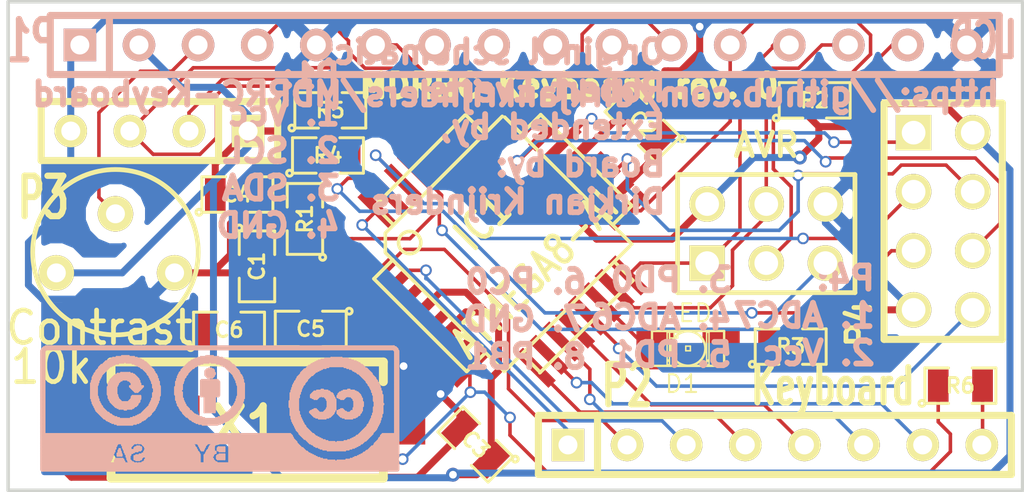
<source format=kicad_pcb>
(kicad_pcb (version 3) (host pcbnew "(2013-mar-25)-stable")
  (layers (15 F.Cu signal) (0 B.Cu signal) (18 B.Paste user) (19 F.Paste user) (20 B.SilkS user) (21 F.SilkS user) (22 B.Mask user) (23 F.Mask user) (28 Edge.Cuts user))
  (net 0 "")
  (net 1 /SCL)
  (net 2 /SDA)
  (net 3 GND)
  (net 4 MISO)
  (net 5 MOSI)
  (net 6 N-000001)
  (net 7 N-0000010)
  (net 8 N-0000011)
  (net 9 N-0000016)
  (net 10 N-0000017)
  (net 11 N-0000018)
  (net 12 N-0000019)
  (net 13 N-000002)
  (net 14 N-0000020)
  (net 15 N-0000021)
  (net 16 N-0000022)
  (net 17 N-0000023)
  (net 18 N-0000024)
  (net 19 N-0000025)
  (net 20 N-0000026)
  (net 21 N-0000030)
  (net 22 N-0000031)
  (net 23 N-0000032)
  (net 24 N-0000035)
  (net 25 N-000007)
  (net 26 N-000008)
  (net 27 N-000009)
  (net 28 PB1)
  (net 29 PC0)
  (net 30 SCK)
  (net 31 VCC)
  (module TQFP32 (layer F.Cu) (at 159.41 77.15 45)
    (fp_text reference IC1 (at 0 -1.27 45) (layer F.SilkS) (effects (font (size 1.27 1.016) (thickness 0.2032))))
    (fp_text value ATMEGA8-AI (at 0 1.905 45) (layer F.SilkS) (effects (font (size 1.27 1.016) (thickness 0.2032))))
    (pad 8 smd rect (at -4.81584 2.77622 45) (size 1.99898 0.44958) (layers F.Cu F.Paste F.Mask) (net 25 N-000007))
    (pad 7 smd rect (at -4.81584 1.97612 45) (size 1.99898 0.44958) (layers F.Cu F.Paste F.Mask) (net 26 N-000008))
    (pad 6 smd rect (at -4.81584 1.17602 45) (size 1.99898 0.44958) (layers F.Cu F.Paste F.Mask) (net 31 VCC))
    (pad 5 smd rect (at -4.81584 0.37592 45) (size 1.99898 0.44958) (layers F.Cu F.Paste F.Mask) (net 3 GND))
    (pad 4 smd rect (at -4.81584 -0.42418 45) (size 1.99898 0.44958) (layers F.Cu F.Paste F.Mask) (net 31 VCC))
    (pad 3 smd rect (at -4.81584 -1.22428 45) (size 1.99898 0.44958) (layers F.Cu F.Paste F.Mask) (net 3 GND))
    (pad 2 smd rect (at -4.81584 -2.02438 45) (size 1.99898 0.44958) (layers F.Cu F.Paste F.Mask) (net 18 N-0000024))
    (pad 1 smd rect (at -4.81584 -2.82448 45) (size 1.99898 0.44958) (layers F.Cu F.Paste F.Mask) (net 19 N-0000025))
    (pad 24 smd rect (at 4.7498 -2.8194 45) (size 1.99898 0.44958) (layers F.Cu F.Paste F.Mask) (net 12 N-0000019))
    (pad 17 smd rect (at 4.7498 2.794 45) (size 1.99898 0.44958) (layers F.Cu F.Paste F.Mask) (net 30 SCK))
    (pad 18 smd rect (at 4.7498 1.9812 45) (size 1.99898 0.44958) (layers F.Cu F.Paste F.Mask) (net 31 VCC))
    (pad 19 smd rect (at 4.7498 1.1684 45) (size 1.99898 0.44958) (layers F.Cu F.Paste F.Mask) (net 9 N-0000016))
    (pad 20 smd rect (at 4.7498 0.381 45) (size 1.99898 0.44958) (layers F.Cu F.Paste F.Mask) (net 31 VCC))
    (pad 21 smd rect (at 4.7498 -0.4318 45) (size 1.99898 0.44958) (layers F.Cu F.Paste F.Mask) (net 3 GND))
    (pad 22 smd rect (at 4.7498 -1.2192 45) (size 1.99898 0.44958) (layers F.Cu F.Paste F.Mask) (net 10 N-0000017))
    (pad 23 smd rect (at 4.7498 -2.032 45) (size 1.99898 0.44958) (layers F.Cu F.Paste F.Mask) (net 29 PC0))
    (pad 32 smd rect (at -2.82448 -4.826 45) (size 0.44958 1.99898) (layers F.Cu F.Paste F.Mask) (net 20 N-0000026))
    (pad 31 smd rect (at -2.02692 -4.826 45) (size 0.44958 1.99898) (layers F.Cu F.Paste F.Mask) (net 8 N-0000011))
    (pad 30 smd rect (at -1.22428 -4.826 45) (size 0.44958 1.99898) (layers F.Cu F.Paste F.Mask) (net 7 N-0000010))
    (pad 29 smd rect (at -0.42672 -4.826 45) (size 0.44958 1.99898) (layers F.Cu F.Paste F.Mask) (net 24 N-0000035))
    (pad 28 smd rect (at 0.37592 -4.826 45) (size 0.44958 1.99898) (layers F.Cu F.Paste F.Mask) (net 1 /SCL))
    (pad 27 smd rect (at 1.17348 -4.826 45) (size 0.44958 1.99898) (layers F.Cu F.Paste F.Mask) (net 2 /SDA))
    (pad 26 smd rect (at 1.97612 -4.826 45) (size 0.44958 1.99898) (layers F.Cu F.Paste F.Mask) (net 15 N-0000021))
    (pad 25 smd rect (at 2.77368 -4.826 45) (size 0.44958 1.99898) (layers F.Cu F.Paste F.Mask) (net 14 N-0000020))
    (pad 9 smd rect (at -2.8194 4.7752 45) (size 0.44958 1.99898) (layers F.Cu F.Paste F.Mask) (net 17 N-0000023))
    (pad 10 smd rect (at -2.032 4.7752 45) (size 0.44958 1.99898) (layers F.Cu F.Paste F.Mask) (net 21 N-0000030))
    (pad 11 smd rect (at -1.2192 4.7752 45) (size 0.44958 1.99898) (layers F.Cu F.Paste F.Mask) (net 11 N-0000018))
    (pad 12 smd rect (at -0.4318 4.7752 45) (size 0.44958 1.99898) (layers F.Cu F.Paste F.Mask) (net 22 N-0000031))
    (pad 13 smd rect (at 0.3556 4.7752 45) (size 0.44958 1.99898) (layers F.Cu F.Paste F.Mask) (net 28 PB1))
    (pad 14 smd rect (at 1.1684 4.7752 45) (size 0.44958 1.99898) (layers F.Cu F.Paste F.Mask) (net 13 N-000002))
    (pad 15 smd rect (at 1.9812 4.7752 45) (size 0.44958 1.99898) (layers F.Cu F.Paste F.Mask) (net 5 MOSI))
    (pad 16 smd rect (at 2.794 4.7752 45) (size 0.44958 1.99898) (layers F.Cu F.Paste F.Mask) (net 4 MISO))
  )
  (module SM0805 (layer F.Cu) (at 158.21 85.82 135)
    (fp_text reference C3 (at 0 0 135) (layer F.SilkS) (effects (font (size 0.635 0.635) (thickness 0.127))))
    (fp_text value 100nF hide)
    (pad 1 smd rect (at -0.9525 0 135) (size 0.889 1.397) (layers F.Cu F.Paste F.Mask) (net 31 VCC))
    (pad 2 smd rect (at 0.9525 0 135) (size 0.889 1.397) (layers F.Cu F.Paste F.Mask) (net 3 GND))
  )
  (module SM0805 (layer F.Cu) (at 165.39 72.05 135)
    (fp_text reference C2 (at 0 0 135) (layer F.SilkS) (effects (font (size 0.635 0.635) (thickness 0.127))))
    (fp_text value 100nF hide)
    (pad 1 smd rect (at -0.9525 0 135) (size 0.889 1.397) (layers F.Cu F.Paste F.Mask) (net 31 VCC))
    (pad 2 smd rect (at 0.9525 0 135) (size 0.889 1.397) (layers F.Cu F.Paste F.Mask) (net 3 GND))
  )
  (module SM0805 (layer F.Cu) (at 148.82 78.16 270)
    (fp_text reference C1 (at 0 0 270) (layer F.SilkS) (effects (font (size 0.635 0.635) (thickness 0.127))))
    (fp_text value 100nF hide)
    (pad 1 smd rect (at -0.9525 0 270) (size 0.889 1.397) (layers F.Cu F.Paste F.Mask) (net 24 N-0000035))
    (pad 2 smd rect (at 0.9525 0 270) (size 0.889 1.397) (layers F.Cu F.Paste F.Mask) (net 3 GND))
  )
  (module SM0805 (layer F.Cu) (at 150.88 76.12 90)
    (fp_text reference R1 (at 0 0 90) (layer F.SilkS) (effects (font (size 0.635 0.635) (thickness 0.127))))
    (fp_text value 10k hide)
    (pad 1 smd rect (at -0.9525 0 90) (size 0.889 1.397) (layers F.Cu F.Paste F.Mask) (net 24 N-0000035))
    (pad 2 smd rect (at 0.9525 0 90) (size 0.889 1.397) (layers F.Cu F.Paste F.Mask) (net 31 VCC))
  )
  (module SM0805 (layer F.Cu) (at 171.75 81.61)
    (fp_text reference R3 (at 0 0) (layer F.SilkS) (effects (font (size 0.635 0.635) (thickness 0.127))))
    (fp_text value 1k hide)
    (pad 1 smd rect (at -0.9525 0) (size 0.889 1.397) (layers F.Cu F.Paste F.Mask) (net 23 N-0000032))
    (pad 2 smd rect (at 0.9525 0) (size 0.889 1.397) (layers F.Cu F.Paste F.Mask) (net 3 GND))
  )
  (module SM0805 (layer F.Cu) (at 151.87 73.39)
    (fp_text reference R4 (at 0 0) (layer F.SilkS) (effects (font (size 0.635 0.635) (thickness 0.127))))
    (fp_text value 10k hide)
    (pad 1 smd rect (at -0.9525 0) (size 0.889 1.397) (layers F.Cu F.Paste F.Mask) (net 31 VCC))
    (pad 2 smd rect (at 0.9525 0) (size 0.889 1.397) (layers F.Cu F.Paste F.Mask) (net 2 /SDA))
  )
  (module SM0805 (layer F.Cu) (at 151.97 71.45)
    (fp_text reference R5 (at 0 0) (layer F.SilkS) (effects (font (size 0.635 0.635) (thickness 0.127))))
    (fp_text value 10k hide)
    (pad 1 smd rect (at -0.9525 0) (size 0.889 1.397) (layers F.Cu F.Paste F.Mask) (net 31 VCC))
    (pad 2 smd rect (at 0.9525 0) (size 0.889 1.397) (layers F.Cu F.Paste F.Mask) (net 1 /SCL))
  )
  (module SM0805 (layer F.Cu) (at 147.98 75.07)
    (fp_text reference C4 (at 0 0) (layer F.SilkS) (effects (font (size 0.635 0.635) (thickness 0.127))))
    (fp_text value 100nF hide)
    (pad 1 smd rect (at -0.9525 0) (size 0.889 1.397) (layers F.Cu F.Paste F.Mask) (net 31 VCC))
    (pad 2 smd rect (at 0.9525 0) (size 0.889 1.397) (layers F.Cu F.Paste F.Mask) (net 3 GND))
  )
  (module SM0805 (layer F.Cu) (at 172.78 71.02)
    (fp_text reference R2 (at 0 0) (layer F.SilkS) (effects (font (size 0.635 0.635) (thickness 0.127))))
    (fp_text value 4k7 hide)
    (pad 1 smd rect (at -0.9525 0) (size 0.889 1.397) (layers F.Cu F.Paste F.Mask) (net 31 VCC))
    (pad 2 smd rect (at 0.9525 0) (size 0.889 1.397) (layers F.Cu F.Paste F.Mask) (net 27 N-000009))
  )
  (module SIL-8 (layer F.Cu) (at 171.07 85.84)
    (fp_text reference P2 (at -6.35 -2.54) (layer F.SilkS) (effects (font (size 1.72974 1.08712) (thickness 0.3048))))
    (fp_text value Keyboard (at 2.49 -2.52) (layer F.SilkS) (effects (font (size 1.524 1.016) (thickness 0.254))))
    (pad 1 thru_hole rect (at -8.89 0) (size 1.397 1.397) (drill 0.8128) (layers *.Cu *.Mask F.SilkS) (net 20 N-0000026))
    (pad 2 thru_hole circle (at -6.35 0) (size 1.397 1.397) (drill 0.8128) (layers *.Cu *.Mask F.SilkS) (net 19 N-0000025))
    (pad 3 thru_hole circle (at -3.81 0) (size 1.397 1.397) (drill 0.8128) (layers *.Cu *.Mask F.SilkS) (net 18 N-0000024))
    (pad 4 thru_hole circle (at -1.27 0) (size 1.397 1.397) (drill 0.8128) (layers *.Cu *.Mask F.SilkS) (net 17 N-0000023))
    (pad 5 thru_hole circle (at 1.27 0) (size 1.397 1.397) (drill 0.8128) (layers *.Cu *.Mask F.SilkS) (net 22 N-0000031))
    (pad 6 thru_hole circle (at 3.81 0) (size 1.397 1.397) (drill 0.8128) (layers *.Cu *.Mask F.SilkS) (net 11 N-0000018))
    (pad 7 thru_hole circle (at 6.35 0) (size 1.397 1.397) (drill 0.8128) (layers *.Cu *.Mask F.SilkS) (net 21 N-0000030))
    (pad 8 thru_hole circle (at 8.89 0) (size 1.397 1.397) (drill 0.8128) (layers *.Cu *.Mask F.SilkS) (net 6 N-000001))
  )
  (module SIL-4 (layer F.Cu) (at 144.63 72.34 180)
    (fp_text reference P3 (at 4.99 -2.87 180) (layer F.SilkS) (effects (font (size 1.73482 1.08712) (thickness 0.3048))))
    (fp_text value CONN_4 hide)
    (pad 1 thru_hole rect (at -3.81 0 180) (size 1.397 1.397) (drill 0.8128) (layers *.Cu *.Mask F.SilkS) (net 31 VCC))
    (pad 2 thru_hole circle (at -1.27 0 180) (size 1.397 1.397) (drill 0.8128) (layers *.Cu *.Mask F.SilkS) (net 1 /SCL))
    (pad 3 thru_hole circle (at 1.27 0 180) (size 1.397 1.397) (drill 0.8128) (layers *.Cu *.Mask F.SilkS) (net 2 /SDA))
    (pad 4 thru_hole circle (at 3.81 0 180) (size 1.397 1.397) (drill 0.8128) (layers *.Cu *.Mask F.SilkS) (net 3 GND))
  )
  (module SIL-16 (layer B.Cu) (at 160.25 68.54)
    (fp_text reference P1 (at -21.11 -0.07) (layer B.SilkS) (effects (font (size 1.72974 1.08712) (thickness 0.27178)) (justify mirror)))
    (fp_text value LCD (at 19.77 -0.11) (layer B.SilkS) (effects (font (size 1.524 1.016) (thickness 0.3048)) (justify mirror)))
    (pad 1 thru_hole rect (at -19.04 0.1) (size 1.397 1.397) (drill 0.8128) (layers *.Cu *.Mask B.SilkS) (net 3 GND))
    (pad 2 thru_hole circle (at -16.5 0.1) (size 1.397 1.397) (drill 0.8128) (layers *.Cu *.Mask B.SilkS) (net 31 VCC))
    (pad 3 thru_hole circle (at -13.96 0.1) (size 1.397 1.397) (drill 0.8128) (layers *.Cu *.Mask B.SilkS) (net 16 N-0000022))
    (pad 4 thru_hole circle (at -11.42 0.1) (size 1.397 1.397) (drill 0.8128) (layers *.Cu *.Mask B.SilkS) (net 15 N-0000021))
    (pad 5 thru_hole circle (at -8.88 0.1) (size 1.397 1.397) (drill 0.8128) (layers *.Cu *.Mask B.SilkS) (net 3 GND))
    (pad 6 thru_hole circle (at -6.34 0.1) (size 1.397 1.397) (drill 0.8128) (layers *.Cu *.Mask B.SilkS) (net 14 N-0000020))
    (pad 7 thru_hole circle (at -3.8 0.1) (size 1.397 1.397) (drill 0.8128) (layers *.Cu *.Mask B.SilkS))
    (pad 8 thru_hole circle (at -1.26 0.1) (size 1.397 1.397) (drill 0.8128) (layers *.Cu *.Mask B.SilkS))
    (pad 9 thru_hole circle (at 1.28 0.1) (size 1.397 1.397) (drill 0.8128) (layers *.Cu *.Mask B.SilkS))
    (pad 10 thru_hole circle (at 3.82 0.1) (size 1.397 1.397) (drill 0.8128) (layers *.Cu *.Mask B.SilkS))
    (pad 11 thru_hole circle (at 6.36 0.1) (size 1.397 1.397) (drill 0.8128) (layers *.Cu *.Mask B.SilkS) (net 12 N-0000019))
    (pad 12 thru_hole circle (at 8.9 0.1) (size 1.397 1.397) (drill 0.8128) (layers *.Cu *.Mask B.SilkS) (net 30 SCK))
    (pad 13 thru_hole circle (at 11.44 0.1) (size 1.397 1.397) (drill 0.8128) (layers *.Cu *.Mask B.SilkS) (net 4 MISO))
    (pad 14 thru_hole circle (at 13.98 0.1) (size 1.397 1.397) (drill 0.8128) (layers *.Cu *.Mask B.SilkS) (net 5 MOSI))
    (pad 15 thru_hole circle (at 16.52 0.1) (size 1.397 1.397) (drill 0.8128) (layers *.Cu *.Mask B.SilkS) (net 27 N-000009))
    (pad 16 thru_hole circle (at 19.06 0.1) (size 1.397 1.397) (drill 0.8128) (layers *.Cu *.Mask B.SilkS) (net 3 GND))
  )
  (module RV2 (layer F.Cu) (at 142.74 77.17)
    (fp_text reference Contrast (at -0.69 3.63) (layer F.SilkS) (effects (font (size 1.397 1.27) (thickness 0.2032))))
    (fp_text value 10k (at -2.76 5.31) (layer F.SilkS) (effects (font (size 1.397 1.27) (thickness 0.2032))))
    (pad 1 thru_hole circle (at -2.54 1.27) (size 1.524 1.524) (drill 0.8128) (layers *.Cu *.Mask F.SilkS) (net 31 VCC))
    (pad 2 thru_hole circle (at 0 -1.27) (size 1.524 1.524) (drill 0.8128) (layers *.Cu *.Mask F.SilkS) (net 16 N-0000022))
    (pad 3 thru_hole circle (at 2.54 1.27) (size 1.524 1.524) (drill 0.8128) (layers *.Cu *.Mask F.SilkS) (net 3 GND))
  )
  (module pin_array_3x2 (layer F.Cu) (at 170.7 76.75)
    (fp_text reference AVR (at 0 -3.81) (layer F.SilkS) (effects (font (size 1.016 1.016) (thickness 0.2032))))
    (fp_text value AVR-ISP-6 hide)
    (pad 1 thru_hole rect (at -2.54 1.27) (size 1.524 1.524) (drill 1.016) (layers *.Cu *.Mask F.SilkS) (net 4 MISO))
    (pad 2 thru_hole circle (at -2.54 -1.27) (size 1.524 1.524) (drill 1.016) (layers *.Cu *.Mask F.SilkS) (net 31 VCC))
    (pad 3 thru_hole circle (at 0 1.27) (size 1.524 1.524) (drill 1.016) (layers *.Cu *.Mask F.SilkS) (net 30 SCK))
    (pad 4 thru_hole circle (at 0 -1.27) (size 1.524 1.524) (drill 1.016) (layers *.Cu *.Mask F.SilkS) (net 5 MOSI))
    (pad 5 thru_hole circle (at 2.54 1.27) (size 1.524 1.524) (drill 1.016) (layers *.Cu *.Mask F.SilkS) (net 24 N-0000035))
    (pad 6 thru_hole circle (at 2.54 -1.27) (size 1.524 1.524) (drill 1.016) (layers *.Cu *.Mask F.SilkS) (net 3 GND))
  )
  (module LED-1206 (layer F.Cu) (at 167.34 81.69 180)
    (fp_text reference D1 (at 0.254 -1.524 180) (layer F.SilkS) (effects (font (size 0.762 0.762) (thickness 0.0889))))
    (fp_text value LED (at 0 1.524 180) (layer F.SilkS) (effects (font (size 0.762 0.762) (thickness 0.0889))))
    (pad 1 smd rect (at -1.41986 0 180) (size 1.59766 1.80086) (layers F.Cu F.Paste F.Mask) (net 23 N-0000032))
    (pad 2 smd rect (at 1.41986 0 180) (size 1.59766 1.80086) (layers F.Cu F.Paste F.Mask) (net 13 N-000002))
  )
  (module SM0805 (layer F.Cu) (at 179.04 83.29)
    (fp_text reference R6 (at 0 0) (layer F.SilkS) (effects (font (size 0.635 0.635) (thickness 0.127))))
    (fp_text value 0 hide)
    (pad 1 smd rect (at -0.9525 0) (size 0.889 1.397) (layers F.Cu F.Paste F.Mask) (net 25 N-000007))
    (pad 2 smd rect (at 0.9525 0) (size 0.889 1.397) (layers F.Cu F.Paste F.Mask) (net 6 N-000001))
  )
  (module SM0805 (layer F.Cu) (at 147.62 80.89)
    (fp_text reference C6 (at 0 0) (layer F.SilkS) (effects (font (size 0.635 0.635) (thickness 0.127))))
    (fp_text value C hide)
    (pad 1 smd rect (at -0.9525 0) (size 0.889 1.397) (layers F.Cu F.Paste F.Mask) (net 25 N-000007))
    (pad 2 smd rect (at 0.9525 0) (size 0.889 1.397) (layers F.Cu F.Paste F.Mask) (net 3 GND))
  )
  (module SM0805 (layer F.Cu) (at 151.13 80.85 180)
    (fp_text reference C5 (at 0 0 180) (layer F.SilkS) (effects (font (size 0.635 0.635) (thickness 0.127))))
    (fp_text value C hide)
    (pad 1 smd rect (at -0.9525 0 180) (size 0.889 1.397) (layers F.Cu F.Paste F.Mask) (net 26 N-000008))
    (pad 2 smd rect (at 0.9525 0 180) (size 0.889 1.397) (layers F.Cu F.Paste F.Mask) (net 3 GND))
  )
  (module pin_array_4x2 (layer F.Cu) (at 178.3 76.22 270)
    (fp_text reference P4 (at 4.41 3.62 270) (layer F.SilkS) (effects (font (size 1.016 1.016) (thickness 0.2032))))
    (fp_text value CONN_4X2 hide)
    (pad 1 thru_hole rect (at -3.81 1.27 270) (size 1.524 1.524) (drill 1.016) (layers *.Cu *.Mask F.SilkS) (net 10 N-0000017))
    (pad 2 thru_hole circle (at -3.81 -1.27 270) (size 1.524 1.524) (drill 1.016) (layers *.Cu *.Mask F.SilkS) (net 31 VCC))
    (pad 3 thru_hole circle (at -1.27 1.27 270) (size 1.524 1.524) (drill 1.016) (layers *.Cu *.Mask F.SilkS) (net 7 N-0000010))
    (pad 4 thru_hole circle (at -1.27 -1.27 270) (size 1.524 1.524) (drill 1.016) (layers *.Cu *.Mask F.SilkS) (net 9 N-0000016))
    (pad 5 thru_hole circle (at 1.27 1.27 270) (size 1.524 1.524) (drill 1.016) (layers *.Cu *.Mask F.SilkS) (net 8 N-0000011))
    (pad 6 thru_hole circle (at 1.27 -1.27 270) (size 1.524 1.524) (drill 1.016) (layers *.Cu *.Mask F.SilkS) (net 29 PC0))
    (pad 7 thru_hole circle (at 3.81 1.27 270) (size 1.524 1.524) (drill 1.016) (layers *.Cu *.Mask F.SilkS) (net 3 GND))
    (pad 8 thru_hole circle (at 3.81 -1.27 270) (size 1.524 1.524) (drill 1.016) (layers *.Cu *.Mask F.SilkS) (net 28 PB1))
  )
  (module Crystal_HC49-SD_SMD_RevA_09Aug2010 (layer F.Cu) (at 148.4 84.77 180)
    (fp_text reference X1 (at 0.04 -0.22 180) (layer F.SilkS) (effects (font (size 1.524 1.524) (thickness 0.3048))))
    (fp_text value CRYSTAL hide)
    (pad 1 smd rect (at -4.84886 0 180) (size 5.6007 2.10058) (layers F.Cu F.Paste F.Mask) (net 26 N-000008))
    (pad 2 smd rect (at 4.84886 0 180) (size 5.6007 2.10058) (layers F.Cu F.Paste F.Mask) (net 25 N-000007))
  )
  (module dp_devices-CC-BY-SA (layer B.Cu) (at 154.88 86.94 180)
    (fp_text reference "" (at 0 0 180) (layer B.SilkS) (effects (font (size 0.0004 0.0004) (thickness 0.00012)) (justify mirror)))
    (fp_text value "" (at 0 0 180) (layer B.SilkS) (effects (font (size 0.0004 0.0004) (thickness 0.00012)) (justify mirror)))
  )
  (gr_text "6. PC0\n7. GND\n8. PB1" (at 163.11 80.43) (layer B.SilkS) (effects (font (size 1 1) (thickness 0.25)) (justify left mirror)))
  (gr_text "3. PD0\n4. ADC6\n5. PD1" (at 169.35 80.35) (layer B.SilkS) (effects (font (size 1 1) (thickness 0.25)) (justify left mirror)))
  (gr_text "MDRRC Keyboard rev. 0" (at 162.23 70.41) (layer F.SilkS) (effects (font (size 1 1) (thickness 0.25))))
  (gr_text https://github.com/dirkjankrijnders/MDRRC-Keyboard (at 159.94 70.75) (layer B.SilkS) (effects (font (size 1 1) (thickness 0.25)) (justify mirror)))
  (gr_text "Original schematic:\nRobert Everts\nExtended by,\nBoard by:\nDirkjan Krijnders" (at 166.5 72.16) (layer B.SilkS) (effects (font (size 1 1) (thickness 0.25)) (justify left mirror)))
  (gr_text "P4:\n1. ADC7\n2. Vcc" (at 175.49 80.28) (layer B.SilkS) (effects (font (size 1 1) (thickness 0.25)) (justify left mirror)))
  (gr_text "P1:\n1. Vcc\n2. SCL\n3. SDA\n4. GND" (at 152.51 73.19) (layer B.SilkS) (effects (font (size 1 1) (thickness 0.25)) (justify left mirror)))
  (gr_line (start 138.13 87.79) (end 181.71 87.79) (angle 90) (layer Edge.Cuts) (width 0.15))
  (gr_line (start 138.13 66.78) (end 138.13 87.79) (angle 90) (layer Edge.Cuts) (width 0.15))
  (gr_line (start 181.71 66.78) (end 138.13 66.78) (angle 90) (layer Edge.Cuts) (width 0.15))
  (gr_line (start 181.71 87.79) (end 181.71 66.78) (angle 90) (layer Edge.Cuts) (width 0.15))
  (segment (start 152.9225 71.45) (end 154.241631 71.45) (width 0.1524) (layer F.Cu) (net 1))
  (segment (start 154.241631 71.45) (end 156.263318 73.471687) (width 0.1524) (layer F.Cu) (net 1))
  (segment (start 145.9 72.34) (end 145.9 71.55) (width 0.1524) (layer F.Cu) (net 1))
  (segment (start 152.9225 70.6425) (end 152.9225 71.45) (width 0.1524) (layer F.Cu) (net 1))
  (segment (start 152.38 70.1) (end 152.9225 70.6425) (width 0.1524) (layer F.Cu) (net 1))
  (segment (start 147.35 70.1) (end 152.38 70.1) (width 0.1524) (layer F.Cu) (net 1))
  (segment (start 145.9 71.55) (end 147.35 70.1) (width 0.1524) (layer F.Cu) (net 1))
  (segment (start 143.36 72.34) (end 146.08 69.62) (width 0.1524) (layer F.Cu) (net 2))
  (segment (start 153.999551 70.08) (end 156.827278 72.907727) (width 0.1524) (layer F.Cu) (net 2))
  (segment (start 153.24 70.08) (end 153.999551 70.08) (width 0.1524) (layer F.Cu) (net 2))
  (segment (start 152.78 69.62) (end 153.24 70.08) (width 0.1524) (layer F.Cu) (net 2))
  (segment (start 152.66 69.62) (end 152.78 69.62) (width 0.1524) (layer F.Cu) (net 2))
  (segment (start 146.08 69.62) (end 152.66 69.62) (width 0.1524) (layer F.Cu) (net 2))
  (segment (start 143.36 72.34) (end 144.36 73.34) (width 0.1524) (layer F.Cu) (net 2))
  (segment (start 151.95 72.5175) (end 152.8225 73.39) (width 0.1524) (layer F.Cu) (net 2))
  (segment (start 151.95 70.64) (end 151.95 72.5175) (width 0.1524) (layer F.Cu) (net 2))
  (segment (start 151.72 70.41) (end 151.95 70.64) (width 0.1524) (layer F.Cu) (net 2))
  (segment (start 147.471056 70.41) (end 151.72 70.41) (width 0.1524) (layer F.Cu) (net 2))
  (segment (start 147.08 70.801056) (end 147.471056 70.41) (width 0.1524) (layer F.Cu) (net 2))
  (segment (start 147.08 72.63) (end 147.08 70.801056) (width 0.1524) (layer F.Cu) (net 2))
  (segment (start 146.37 73.34) (end 147.08 72.63) (width 0.1524) (layer F.Cu) (net 2))
  (segment (start 144.36 73.34) (end 146.37 73.34) (width 0.1524) (layer F.Cu) (net 2))
  (segment (start 157.536481 85.146481) (end 157.536481 84.476481) (width 0.3) (layer F.Cu) (net 3))
  (segment (start 155.12 81.971631) (end 155.441631 81.65) (width 0.3) (layer F.Cu) (net 3))
  (segment (start 155.12 82.45) (end 155.12 81.971631) (width 0.3) (layer F.Cu) (net 3))
  (via (at 155.12 82.45) (size 0.6) (layers F.Cu B.Cu) (net 3))
  (segment (start 155.51 82.45) (end 155.12 82.45) (width 0.3) (layer B.Cu) (net 3))
  (segment (start 156.71 83.65) (end 155.51 82.45) (width 0.3) (layer B.Cu) (net 3))
  (via (at 156.71 83.65) (size 0.6) (layers F.Cu B.Cu) (net 3))
  (segment (start 157.536481 84.476481) (end 156.71 83.65) (width 0.3) (layer F.Cu) (net 3))
  (segment (start 151.37 68.64) (end 150.32 67.59) (width 0.3) (layer B.Cu) (net 3))
  (segment (start 141.21 68.64) (end 142.26 67.59) (width 0.3) (layer B.Cu) (net 3))
  (segment (start 167.58 67.59) (end 167.84 67.85) (width 0.3) (layer B.Cu) (net 3))
  (segment (start 142.26 67.59) (end 150.32 67.59) (width 0.3) (layer B.Cu) (net 3))
  (segment (start 150.32 67.59) (end 167.58 67.59) (width 0.3) (layer B.Cu) (net 3))
  (segment (start 179.31 68.64) (end 178.24 67.57) (width 0.3) (layer B.Cu) (net 3))
  (segment (start 167.03 69.75) (end 166.48 69.75) (width 0.3) (layer F.Cu) (net 3))
  (segment (start 167.03 69.75) (end 167.84 68.94) (width 0.3) (layer F.Cu) (net 3))
  (segment (start 167.84 68.94) (end 167.84 67.85) (width 0.3) (layer F.Cu) (net 3))
  (via (at 167.84 67.85) (size 0.6) (layers F.Cu B.Cu) (net 3))
  (segment (start 168.12 67.57) (end 167.84 67.85) (width 0.3) (layer B.Cu) (net 3))
  (segment (start 178.24 67.57) (end 168.12 67.57) (width 0.3) (layer B.Cu) (net 3))
  (segment (start 162.463287 73.486056) (end 162.606906 73.486056) (width 0.3) (layer F.Cu) (net 3))
  (segment (start 162.606906 73.486056) (end 164.716481 71.376481) (width 0.3) (layer F.Cu) (net 3))
  (segment (start 164.716481 71.376481) (end 164.853519 71.376481) (width 0.3) (layer F.Cu) (net 3))
  (segment (start 164.853519 71.376481) (end 166.48 69.75) (width 0.3) (layer F.Cu) (net 3))
  (segment (start 166.342962 69.75) (end 166.48 69.75) (width 0.3) (layer F.Cu) (net 3))
  (segment (start 155.13899 79.689616) (end 154.258606 80.57) (width 0.3) (layer F.Cu) (net 3))
  (segment (start 154.258606 80.57) (end 153.48 80.57) (width 0.3) (layer F.Cu) (net 3))
  (segment (start 148.82 79.1125) (end 152.0225 79.1125) (width 0.3) (layer F.Cu) (net 3))
  (segment (start 155.441631 81.65) (end 156.270502 80.821129) (width 0.3) (layer F.Cu) (net 3))
  (segment (start 154.56 81.65) (end 155.441631 81.65) (width 0.3) (layer F.Cu) (net 3))
  (segment (start 153.48 80.57) (end 154.56 81.65) (width 0.3) (layer F.Cu) (net 3))
  (segment (start 152.0225 79.1125) (end 153.48 80.57) (width 0.3) (layer F.Cu) (net 3))
  (segment (start 157.536481 85.146481) (end 157.536481 85.416259) (width 0.3) (layer F.Cu) (net 3))
  (segment (start 139.98 83.74) (end 145.28 78.44) (width 0.3) (layer F.Cu) (net 3))
  (segment (start 139.98 86.36) (end 139.98 83.74) (width 0.3) (layer F.Cu) (net 3))
  (segment (start 140.85 87.23) (end 139.98 86.36) (width 0.3) (layer F.Cu) (net 3))
  (segment (start 155.72274 87.23) (end 140.85 87.23) (width 0.3) (layer F.Cu) (net 3))
  (segment (start 157.536481 85.416259) (end 155.72274 87.23) (width 0.3) (layer F.Cu) (net 3))
  (segment (start 148.5725 80.89) (end 150.1375 80.89) (width 0.3) (layer F.Cu) (net 3))
  (segment (start 150.1375 80.89) (end 150.1775 80.85) (width 0.3) (layer F.Cu) (net 3))
  (segment (start 148.5725 80.89) (end 148.5725 79.36) (width 0.3) (layer F.Cu) (net 3))
  (segment (start 148.5725 79.36) (end 148.82 79.1125) (width 0.3) (layer F.Cu) (net 3))
  (segment (start 177.03 80.03) (end 174.2825 80.03) (width 0.3) (layer F.Cu) (net 3))
  (segment (start 174.2825 80.03) (end 172.7025 81.61) (width 0.3) (layer F.Cu) (net 3))
  (segment (start 173.24 75.48) (end 173.24 76.29) (width 0.3) (layer B.Cu) (net 3))
  (segment (start 176.98 80.03) (end 177.03 80.03) (width 0.3) (layer B.Cu) (net 3))
  (segment (start 173.24 76.29) (end 176.98 80.03) (width 0.3) (layer B.Cu) (net 3))
  (segment (start 179.31 68.64) (end 177.44 70.51) (width 0.3) (layer B.Cu) (net 3))
  (segment (start 174.63 74.09) (end 173.24 75.48) (width 0.3) (layer B.Cu) (net 3))
  (segment (start 174.63 71.7) (end 174.63 74.09) (width 0.3) (layer B.Cu) (net 3))
  (segment (start 175.82 70.51) (end 174.63 71.7) (width 0.3) (layer B.Cu) (net 3))
  (segment (start 177.44 70.51) (end 175.82 70.51) (width 0.3) (layer B.Cu) (net 3))
  (segment (start 140.82 72.34) (end 140.82 75.32) (width 0.3) (layer B.Cu) (net 3))
  (segment (start 144.15 79.57) (end 145.28 78.44) (width 0.3) (layer B.Cu) (net 3))
  (segment (start 139.61 79.57) (end 144.15 79.57) (width 0.3) (layer B.Cu) (net 3))
  (segment (start 139 78.96) (end 139.61 79.57) (width 0.3) (layer B.Cu) (net 3))
  (segment (start 139 77.14) (end 139 78.96) (width 0.3) (layer B.Cu) (net 3))
  (segment (start 140.82 75.32) (end 139 77.14) (width 0.3) (layer B.Cu) (net 3))
  (segment (start 140.82 72.34) (end 140.82 69.03) (width 0.3) (layer B.Cu) (net 3))
  (segment (start 148.9325 75.07) (end 147.68 76.3225) (width 0.3) (layer F.Cu) (net 3))
  (segment (start 147.68 77.66) (end 146.9 78.44) (width 0.3) (layer F.Cu) (net 3))
  (segment (start 147.68 76.3225) (end 147.68 77.66) (width 0.3) (layer F.Cu) (net 3))
  (segment (start 148.82 79.1125) (end 148.1475 78.44) (width 0.3) (layer F.Cu) (net 3))
  (segment (start 148.1475 78.44) (end 146.9 78.44) (width 0.3) (layer F.Cu) (net 3))
  (segment (start 146.9 78.44) (end 145.28 78.44) (width 0.3) (layer F.Cu) (net 3))
  (segment (start 171.69 68.64) (end 171.08 68.64) (width 0.1524) (layer F.Cu) (net 4))
  (segment (start 169.57 70.15) (end 169.57 76.61) (width 0.1524) (layer F.Cu) (net 4))
  (segment (start 169.57 76.61) (end 168.16 78.02) (width 0.1524) (layer F.Cu) (net 4))
  (segment (start 171.08 68.64) (end 169.57 70.15) (width 0.1524) (layer F.Cu) (net 4))
  (segment (start 171.69 68.64) (end 171.01 68.64) (width 0.1524) (layer F.Cu) (net 4))
  (segment (start 170.97 68.68) (end 170.97 68.75) (width 0.1524) (layer F.Cu) (net 4))
  (segment (start 171.01 68.64) (end 170.97 68.68) (width 0.1524) (layer F.Cu) (net 4))
  (segment (start 171.69 68.64) (end 171.69 68.77) (width 0.1524) (layer F.Cu) (net 4))
  (segment (start 168.16 78.02) (end 165.293153 78.02) (width 0.1524) (layer F.Cu) (net 4))
  (segment (start 165.293153 78.02) (end 164.762233 78.55092) (width 0.1524) (layer F.Cu) (net 4))
  (segment (start 170.7 75.48) (end 170.7 76.01) (width 0.1524) (layer F.Cu) (net 5))
  (segment (start 165.00184 79.94) (end 164.187496 79.125656) (width 0.1524) (layer F.Cu) (net 5))
  (segment (start 168.3 79.94) (end 165.00184 79.94) (width 0.1524) (layer F.Cu) (net 5))
  (segment (start 169.25 78.99) (end 168.3 79.94) (width 0.1524) (layer F.Cu) (net 5))
  (segment (start 169.25 77.46) (end 169.25 78.99) (width 0.1524) (layer F.Cu) (net 5))
  (segment (start 170.7 76.01) (end 169.25 77.46) (width 0.1524) (layer F.Cu) (net 5))
  (segment (start 174.23 68.64) (end 173.09 68.64) (width 0.1524) (layer F.Cu) (net 5))
  (segment (start 170.7 69.89) (end 170.7 75.48) (width 0.1524) (layer F.Cu) (net 5))
  (segment (start 170.95 69.64) (end 170.7 69.89) (width 0.1524) (layer F.Cu) (net 5))
  (segment (start 172.09 69.64) (end 170.95 69.64) (width 0.1524) (layer F.Cu) (net 5))
  (segment (start 173.09 68.64) (end 172.09 69.64) (width 0.1524) (layer F.Cu) (net 5))
  (segment (start 179.9925 83.29) (end 179.9925 85.8075) (width 0.1524) (layer F.Cu) (net 6))
  (segment (start 179.9925 85.8075) (end 179.96 85.84) (width 0.1524) (layer F.Cu) (net 6))
  (segment (start 177.03 74.95) (end 175.02 76.96) (width 0.1524) (layer F.Cu) (net 7))
  (segment (start 155.131806 74.591806) (end 155.131806 74.603199) (width 0.1524) (layer F.Cu) (net 7))
  (segment (start 153.92 73.38) (end 155.131806 74.591806) (width 0.1524) (layer F.Cu) (net 7))
  (via (at 153.92 73.38) (size 0.5) (layers F.Cu B.Cu) (net 7))
  (segment (start 156 75.46) (end 153.92 73.38) (width 0.1524) (layer B.Cu) (net 7))
  (segment (start 156.96 75.46) (end 156 75.46) (width 0.1524) (layer B.Cu) (net 7))
  (segment (start 158.46 76.96) (end 156.96 75.46) (width 0.1524) (layer B.Cu) (net 7))
  (segment (start 158.51 76.96) (end 158.46 76.96) (width 0.1524) (layer B.Cu) (net 7))
  (segment (start 172.28 76.96) (end 158.51 76.96) (width 0.1524) (layer B.Cu) (net 7))
  (via (at 172.28 76.96) (size 0.5) (layers F.Cu B.Cu) (net 7))
  (segment (start 175.02 76.96) (end 172.28 76.96) (width 0.1524) (layer F.Cu) (net 7))
  (segment (start 154.564254 75.170752) (end 153.763502 74.37) (width 0.1524) (layer F.Cu) (net 8))
  (segment (start 176.08 77.49) (end 177.03 77.49) (width 0.1524) (layer F.Cu) (net 8))
  (segment (start 173.41 80.16) (end 176.08 77.49) (width 0.1524) (layer F.Cu) (net 8))
  (segment (start 170.08 80.16) (end 173.41 80.16) (width 0.1524) (layer F.Cu) (net 8))
  (via (at 170.08 80.16) (size 0.5) (layers F.Cu B.Cu) (net 8))
  (segment (start 161.19 80.16) (end 170.08 80.16) (width 0.1524) (layer B.Cu) (net 8))
  (segment (start 156.82 75.79) (end 161.19 80.16) (width 0.1524) (layer B.Cu) (net 8))
  (segment (start 153.23 75.79) (end 156.82 75.79) (width 0.1524) (layer B.Cu) (net 8))
  (segment (start 152.27 74.83) (end 153.23 75.79) (width 0.1524) (layer B.Cu) (net 8))
  (via (at 152.27 74.83) (size 0.5) (layers F.Cu B.Cu) (net 8))
  (segment (start 152.73 74.37) (end 152.27 74.83) (width 0.1524) (layer F.Cu) (net 8))
  (segment (start 153.763502 74.37) (end 152.73 74.37) (width 0.1524) (layer F.Cu) (net 8))
  (segment (start 179.57 74.95) (end 178.424802 73.804802) (width 0.1524) (layer F.Cu) (net 9))
  (segment (start 163.652432 74.617568) (end 164.73 73.54) (width 0.1524) (layer F.Cu) (net 9))
  (via (at 164.73 73.54) (size 0.5) (layers F.Cu B.Cu) (net 9))
  (segment (start 164.73 73.54) (end 164.73 74.83) (width 0.1524) (layer B.Cu) (net 9))
  (segment (start 164.73 74.83) (end 166.51 76.61) (width 0.1524) (layer B.Cu) (net 9))
  (segment (start 166.51 76.61) (end 171.26 76.61) (width 0.1524) (layer B.Cu) (net 9))
  (segment (start 171.26 76.61) (end 172.07 75.8) (width 0.1524) (layer B.Cu) (net 9))
  (segment (start 172.07 75.8) (end 172.07 74.25) (width 0.1524) (layer B.Cu) (net 9))
  (via (at 172.07 74.25) (size 0.5) (layers F.Cu B.Cu) (net 9))
  (segment (start 172.07 74.25) (end 172.14 74.18) (width 0.1524) (layer F.Cu) (net 9))
  (segment (start 172.14 74.18) (end 176.124802 74.18) (width 0.1524) (layer F.Cu) (net 9))
  (segment (start 163.652432 74.617568) (end 163.594799 74.617568) (width 0.1524) (layer F.Cu) (net 9))
  (segment (start 176.5 73.804802) (end 176.124802 74.18) (width 0.1524) (layer F.Cu) (net 9))
  (segment (start 178.424802 73.804802) (end 176.5 73.804802) (width 0.1524) (layer F.Cu) (net 9))
  (segment (start 173.61 72.82) (end 173.21 72.42) (width 0.1524) (layer B.Cu) (net 10))
  (segment (start 176.62 72.82) (end 173.61 72.82) (width 0.1524) (layer F.Cu) (net 10))
  (via (at 173.61 72.82) (size 0.5) (layers F.Cu B.Cu) (net 10))
  (segment (start 173.04 72.42) (end 163.81 72.42) (width 0.1524) (layer B.Cu) (net 10))
  (segment (start 163.81 72.42) (end 163.2 71.81) (width 0.1524) (layer B.Cu) (net 10))
  (via (at 163.2 71.81) (size 0.5) (layers F.Cu B.Cu) (net 10))
  (segment (start 163.2 71.81) (end 163.025791 71.81) (width 0.1524) (layer F.Cu) (net 10))
  (segment (start 161.906511 72.92928) (end 163.025791 71.81) (width 0.1524) (layer F.Cu) (net 10))
  (segment (start 176.62 72.82) (end 177.03 72.41) (width 0.1524) (layer F.Cu) (net 10))
  (segment (start 173.21 72.42) (end 173.04 72.42) (width 0.1524) (layer B.Cu) (net 10))
  (segment (start 161.924472 81.388681) (end 163.12 82.584209) (width 0.1524) (layer F.Cu) (net 11))
  (segment (start 173.51 84.47) (end 174.88 85.84) (width 0.1524) (layer B.Cu) (net 11))
  (segment (start 163.71 84.47) (end 173.51 84.47) (width 0.1524) (layer B.Cu) (net 11))
  (segment (start 163.12 83.88) (end 163.71 84.47) (width 0.1524) (layer B.Cu) (net 11))
  (via (at 163.12 83.88) (size 0.5) (layers F.Cu B.Cu) (net 11))
  (segment (start 163.12 82.584209) (end 163.12 83.88) (width 0.1524) (layer F.Cu) (net 11))
  (segment (start 160.774999 71.797767) (end 162.79 69.782766) (width 0.1524) (layer F.Cu) (net 12))
  (segment (start 165.58 67.61) (end 166.61 68.64) (width 0.1524) (layer F.Cu) (net 12))
  (segment (start 163.36 67.61) (end 165.58 67.61) (width 0.1524) (layer F.Cu) (net 12))
  (segment (start 162.79 68.18) (end 163.36 67.61) (width 0.1524) (layer F.Cu) (net 12))
  (segment (start 162.79 69.782766) (end 162.79 68.18) (width 0.1524) (layer F.Cu) (net 12))
  (segment (start 165.92014 81.69) (end 165.602367 81.69) (width 0.1524) (layer F.Cu) (net 13))
  (segment (start 165.602367 81.69) (end 163.61276 79.700393) (width 0.1524) (layer F.Cu) (net 13))
  (segment (start 153.91 68.64) (end 154.822576 68.64) (width 0.1524) (layer F.Cu) (net 14))
  (segment (start 154.822576 68.64) (end 157.958791 71.776215) (width 0.1524) (layer F.Cu) (net 14))
  (segment (start 148.83 68.64) (end 149.85 67.62) (width 0.1524) (layer F.Cu) (net 15))
  (segment (start 154.694656 69.64) (end 157.394831 72.340175) (width 0.1524) (layer F.Cu) (net 15))
  (segment (start 153.46 69.64) (end 154.694656 69.64) (width 0.1524) (layer F.Cu) (net 15))
  (segment (start 152.75 68.93) (end 153.46 69.64) (width 0.1524) (layer F.Cu) (net 15))
  (segment (start 152.75 68.46) (end 152.75 68.93) (width 0.1524) (layer F.Cu) (net 15))
  (segment (start 151.91 67.62) (end 152.75 68.46) (width 0.1524) (layer F.Cu) (net 15))
  (segment (start 149.85 67.62) (end 151.91 67.62) (width 0.1524) (layer F.Cu) (net 15))
  (segment (start 142.74 75.9) (end 142.03 75.19) (width 0.1524) (layer F.Cu) (net 16))
  (segment (start 145.16 69.77) (end 146.29 68.64) (width 0.1524) (layer F.Cu) (net 16))
  (segment (start 143.81 69.77) (end 145.16 69.77) (width 0.1524) (layer F.Cu) (net 16))
  (segment (start 142.03 71.55) (end 143.81 69.77) (width 0.1524) (layer F.Cu) (net 16))
  (segment (start 142.03 75.19) (end 142.03 71.55) (width 0.1524) (layer F.Cu) (net 16))
  (segment (start 160.792959 82.520193) (end 162.702766 84.43) (width 0.1524) (layer F.Cu) (net 17))
  (segment (start 168.39 84.43) (end 169.8 85.84) (width 0.1524) (layer F.Cu) (net 17))
  (segment (start 162.702766 84.43) (end 168.39 84.43) (width 0.1524) (layer F.Cu) (net 17))
  (segment (start 154.573234 79.12386) (end 155.367094 78.33) (width 0.1524) (layer F.Cu) (net 18))
  (segment (start 166.22 84.8) (end 167.26 85.84) (width 0.1524) (layer B.Cu) (net 18))
  (segment (start 162.24 84.8) (end 166.22 84.8) (width 0.1524) (layer B.Cu) (net 18))
  (segment (start 156.128944 78.688944) (end 162.24 84.8) (width 0.1524) (layer B.Cu) (net 18))
  (segment (start 156.08 78.688944) (end 156.128944 78.688944) (width 0.1524) (layer B.Cu) (net 18))
  (segment (start 156.08 78.33) (end 156.08 78.688944) (width 0.1524) (layer B.Cu) (net 18))
  (via (at 156.08 78.33) (size 0.5) (layers F.Cu B.Cu) (net 18))
  (segment (start 155.367094 78.33) (end 156.08 78.33) (width 0.1524) (layer F.Cu) (net 18))
  (segment (start 164.72 85.84) (end 163.67 84.79) (width 0.1524) (layer F.Cu) (net 19))
  (segment (start 155.135582 77.43) (end 154.007478 78.558104) (width 0.1524) (layer F.Cu) (net 19))
  (segment (start 156.87 77.43) (end 155.135582 77.43) (width 0.1524) (layer F.Cu) (net 19))
  (segment (start 159.626202 80.186202) (end 156.87 77.43) (width 0.1524) (layer F.Cu) (net 19))
  (segment (start 159.626202 83.426202) (end 159.626202 80.186202) (width 0.1524) (layer F.Cu) (net 19))
  (segment (start 160.99 84.79) (end 159.626202 83.426202) (width 0.1524) (layer F.Cu) (net 19))
  (segment (start 163.67 84.79) (end 160.99 84.79) (width 0.1524) (layer F.Cu) (net 19))
  (segment (start 162.18 85.84) (end 162.18 85.22) (width 0.1524) (layer B.Cu) (net 20))
  (segment (start 153.985288 75.734712) (end 154.000294 75.734712) (width 0.1524) (layer F.Cu) (net 20))
  (segment (start 153.34 76.38) (end 153.985288 75.734712) (width 0.1524) (layer F.Cu) (net 20))
  (via (at 153.34 76.38) (size 0.5) (layers F.Cu B.Cu) (net 20))
  (segment (start 162.18 85.22) (end 153.34 76.38) (width 0.1524) (layer B.Cu) (net 20))
  (segment (start 177.42 85.84) (end 175.65 84.07) (width 0.1524) (layer B.Cu) (net 21))
  (segment (start 161.353417 81.963417) (end 161.349735 81.963417) (width 0.1524) (layer F.Cu) (net 21))
  (segment (start 162.55 83.16) (end 161.353417 81.963417) (width 0.1524) (layer F.Cu) (net 21))
  (via (at 162.55 83.16) (size 0.5) (layers F.Cu B.Cu) (net 21))
  (segment (start 163.19 83.16) (end 162.55 83.16) (width 0.1524) (layer B.Cu) (net 21))
  (segment (start 164.09 84.06) (end 163.19 83.16) (width 0.1524) (layer B.Cu) (net 21))
  (segment (start 164.09 84.07) (end 164.09 84.06) (width 0.1524) (layer B.Cu) (net 21))
  (segment (start 175.65 84.07) (end 164.09 84.07) (width 0.1524) (layer B.Cu) (net 21))
  (segment (start 162.481248 80.831905) (end 165.759343 84.11) (width 0.1524) (layer F.Cu) (net 22))
  (segment (start 170.61 84.11) (end 172.34 85.84) (width 0.1524) (layer F.Cu) (net 22))
  (segment (start 165.759343 84.11) (end 170.61 84.11) (width 0.1524) (layer F.Cu) (net 22))
  (segment (start 170.7975 81.61) (end 168.83986 81.61) (width 0.1524) (layer F.Cu) (net 23))
  (segment (start 168.83986 81.61) (end 168.75986 81.69) (width 0.1524) (layer F.Cu) (net 23))
  (segment (start 173.24 78.02) (end 170.39 80.87) (width 0.1524) (layer B.Cu) (net 24))
  (segment (start 156.655 76.495) (end 156.655 75.705) (width 0.1524) (layer F.Cu) (net 24))
  (segment (start 156.77 76.61) (end 156.655 76.495) (width 0.1524) (layer F.Cu) (net 24))
  (via (at 156.77 76.61) (size 0.5) (layers F.Cu B.Cu) (net 24))
  (segment (start 161.03 80.87) (end 156.77 76.61) (width 0.1524) (layer B.Cu) (net 24))
  (segment (start 170.39 80.87) (end 161.03 80.87) (width 0.1524) (layer B.Cu) (net 24))
  (segment (start 148.82 77.2075) (end 150.745 77.2075) (width 0.1524) (layer F.Cu) (net 24))
  (segment (start 152.9025 76.97) (end 155.39 76.97) (width 0.1524) (layer F.Cu) (net 24))
  (segment (start 155.39 76.97) (end 156.655 75.705) (width 0.1524) (layer F.Cu) (net 24))
  (segment (start 156.655 75.705) (end 156.75 75.61) (width 0.1524) (layer F.Cu) (net 24))
  (segment (start 156.75 75.61) (end 156.75 75.093473) (width 0.1524) (layer F.Cu) (net 24))
  (segment (start 156.75 75.093473) (end 155.695766 74.039239) (width 0.1524) (layer F.Cu) (net 24))
  (segment (start 150.9825 76.97) (end 152.9025 76.97) (width 0.1524) (layer F.Cu) (net 24))
  (segment (start 150.745 77.2075) (end 150.9825 76.97) (width 0.1524) (layer F.Cu) (net 24))
  (segment (start 157.99 83.57) (end 155.11 86.45) (width 0.1524) (layer B.Cu) (net 25))
  (segment (start 145.24 86.45) (end 145.23557 86.45443) (width 0.1524) (layer F.Cu) (net 25))
  (segment (start 155.08 86.45) (end 145.24 86.45) (width 0.1524) (layer F.Cu) (net 25))
  (via (at 155.08 86.45) (size 0.5) (layers F.Cu B.Cu) (net 25))
  (segment (start 155.11 86.45) (end 155.08 86.45) (width 0.1524) (layer B.Cu) (net 25))
  (segment (start 178.0875 83.29) (end 178.0875 84.8475) (width 0.1524) (layer F.Cu) (net 25))
  (segment (start 157.967771 83.547771) (end 157.967771 82.518397) (width 0.1524) (layer F.Cu) (net 25))
  (segment (start 157.99 83.57) (end 157.967771 83.547771) (width 0.1524) (layer F.Cu) (net 25))
  (via (at 157.99 83.57) (size 0.5) (layers F.Cu B.Cu) (net 25))
  (segment (start 158.6 83.57) (end 157.99 83.57) (width 0.1524) (layer B.Cu) (net 25))
  (segment (start 159.69 84.66) (end 158.6 83.57) (width 0.1524) (layer B.Cu) (net 25))
  (via (at 159.69 84.66) (size 0.5) (layers F.Cu B.Cu) (net 25))
  (segment (start 159.69 85.42) (end 159.69 84.66) (width 0.1524) (layer F.Cu) (net 25))
  (segment (start 161.32 87.05) (end 159.69 85.42) (width 0.1524) (layer F.Cu) (net 25))
  (segment (start 177.69 87.05) (end 161.32 87.05) (width 0.1524) (layer F.Cu) (net 25))
  (segment (start 178.61 86.13) (end 177.69 87.05) (width 0.1524) (layer F.Cu) (net 25))
  (segment (start 178.61 85.37) (end 178.61 86.13) (width 0.1524) (layer F.Cu) (net 25))
  (segment (start 178.0875 84.8475) (end 178.61 85.37) (width 0.1524) (layer F.Cu) (net 25))
  (segment (start 145.23557 86.45443) (end 143.55114 84.77) (width 0.1524) (layer F.Cu) (net 25))
  (segment (start 143.55114 84.77) (end 143.55114 84.00636) (width 0.1524) (layer F.Cu) (net 25))
  (segment (start 143.55114 84.00636) (end 146.6675 80.89) (width 0.1524) (layer F.Cu) (net 25))
  (segment (start 157.402015 81.952641) (end 154.584656 84.77) (width 0.1524) (layer F.Cu) (net 26))
  (segment (start 154.584656 84.77) (end 153.24886 84.77) (width 0.1524) (layer F.Cu) (net 26))
  (segment (start 153.24886 84.77) (end 153.24886 82.01636) (width 0.1524) (layer F.Cu) (net 26))
  (segment (start 153.24886 82.01636) (end 152.0825 80.85) (width 0.1524) (layer F.Cu) (net 26))
  (segment (start 176.77 68.64) (end 176.1125 68.64) (width 0.1524) (layer F.Cu) (net 27))
  (segment (start 176.1125 68.64) (end 173.7325 71.02) (width 0.1524) (layer F.Cu) (net 27))
  (segment (start 179.57 80.03) (end 176.29 83.31) (width 0.1524) (layer B.Cu) (net 28))
  (segment (start 164.36 81.597106) (end 163.038023 80.275129) (width 0.1524) (layer F.Cu) (net 28))
  (segment (start 164.36 81.69) (end 164.36 81.597106) (width 0.1524) (layer F.Cu) (net 28))
  (via (at 164.36 81.69) (size 0.5) (layers F.Cu B.Cu) (net 28))
  (segment (start 165.98 83.31) (end 164.36 81.69) (width 0.1524) (layer B.Cu) (net 28))
  (segment (start 176.29 83.31) (end 165.98 83.31) (width 0.1524) (layer B.Cu) (net 28))
  (segment (start 173.25 73.66) (end 173.27 73.66) (width 0.1524) (layer F.Cu) (net 29))
  (segment (start 172.34 72.75) (end 160.87 72.75) (width 0.1524) (layer B.Cu) (net 29))
  (segment (start 160.87 72.75) (end 160 73.62) (width 0.1524) (layer B.Cu) (net 29))
  (via (at 160 73.62) (size 0.5) (layers F.Cu B.Cu) (net 29))
  (segment (start 160 73.62) (end 160.066318 73.62) (width 0.1524) (layer F.Cu) (net 29))
  (segment (start 161.331775 72.354543) (end 160.066318 73.62) (width 0.1524) (layer F.Cu) (net 29))
  (via (at 173.25 73.66) (size 0.5) (layers F.Cu B.Cu) (net 29))
  (segment (start 173.25 73.66) (end 172.34 72.75) (width 0.1524) (layer B.Cu) (net 29))
  (segment (start 173.27 73.66) (end 173.43 73.5) (width 0.1524) (layer F.Cu) (net 29))
  (segment (start 180.75 76.31) (end 180.75 74.57) (width 0.1524) (layer F.Cu) (net 29))
  (segment (start 180.75 74.57) (end 179.68 73.5) (width 0.1524) (layer F.Cu) (net 29))
  (segment (start 179.68 73.5) (end 173.43 73.5) (width 0.1524) (layer F.Cu) (net 29))
  (segment (start 173.43 73.5) (end 173.36 73.5) (width 0.1524) (layer F.Cu) (net 29))
  (segment (start 179.57 77.49) (end 180.75 76.31) (width 0.1524) (layer F.Cu) (net 29))
  (segment (start 164.744272 75.767041) (end 165.312959 75.767041) (width 0.1524) (layer F.Cu) (net 30))
  (segment (start 169.15 71.93) (end 169.15 68.64) (width 0.1524) (layer F.Cu) (net 30))
  (segment (start 165.312959 75.767041) (end 169.15 71.93) (width 0.1524) (layer F.Cu) (net 30))
  (segment (start 169.15 68.64) (end 170.16 67.63) (width 0.1524) (layer F.Cu) (net 30))
  (segment (start 171.77 76.95) (end 170.7 78.02) (width 0.1524) (layer F.Cu) (net 30))
  (segment (start 171.77 74.74) (end 171.77 76.95) (width 0.1524) (layer F.Cu) (net 30))
  (segment (start 171.004802 73.974802) (end 171.77 74.74) (width 0.1524) (layer F.Cu) (net 30))
  (segment (start 171.004802 70.15) (end 171.004802 73.974802) (width 0.1524) (layer F.Cu) (net 30))
  (segment (start 171.21 69.944802) (end 171.004802 70.15) (width 0.1524) (layer F.Cu) (net 30))
  (segment (start 174.275198 69.944802) (end 171.21 69.944802) (width 0.1524) (layer F.Cu) (net 30))
  (segment (start 175.18 69.04) (end 174.275198 69.944802) (width 0.1524) (layer F.Cu) (net 30))
  (segment (start 175.18 68.21) (end 175.18 69.04) (width 0.1524) (layer F.Cu) (net 30))
  (segment (start 174.6 67.63) (end 175.18 68.21) (width 0.1524) (layer F.Cu) (net 30))
  (segment (start 170.16 67.63) (end 174.6 67.63) (width 0.1524) (layer F.Cu) (net 30))
  (segment (start 157.24 87.12) (end 157.31 87.05) (width 0.3) (layer B.Cu) (net 31))
  (segment (start 157.31 87.05) (end 180.42 87.05) (width 0.3) (layer B.Cu) (net 31))
  (segment (start 157.24 87.12) (end 157.11 87.25) (width 0.3) (layer B.Cu) (net 31))
  (segment (start 149.85 87.25) (end 146.95 84.35) (width 0.3) (layer B.Cu) (net 31))
  (segment (start 146.95 74.52) (end 146.95 84.35) (width 0.3) (layer B.Cu) (net 31))
  (segment (start 158.257038 87.12) (end 158.883519 86.493519) (width 0.3) (layer F.Cu) (net 31))
  (via (at 157.24 87.12) (size 0.6) (layers F.Cu B.Cu) (net 31))
  (segment (start 158.257038 87.12) (end 157.24 87.12) (width 0.3) (layer F.Cu) (net 31))
  (segment (start 157.11 87.25) (end 149.85 87.25) (width 0.3) (layer B.Cu) (net 31))
  (segment (start 166.063519 72.723519) (end 166.063519 73.298321) (width 0.3) (layer F.Cu) (net 31))
  (segment (start 166.063519 73.298321) (end 164.169536 75.192304) (width 0.3) (layer F.Cu) (net 31))
  (segment (start 163.038023 74.060792) (end 162.2 74.898815) (width 0.3) (layer F.Cu) (net 31))
  (segment (start 162.2 75.72184) (end 162.92 76.44184) (width 0.3) (layer F.Cu) (net 31))
  (segment (start 162.2 74.898815) (end 162.2 75.72184) (width 0.3) (layer F.Cu) (net 31))
  (segment (start 168.16 75.48) (end 166.65 76.99) (width 0.3) (layer F.Cu) (net 31))
  (segment (start 162.92 76.44184) (end 164.169536 75.192304) (width 0.3) (layer F.Cu) (net 31))
  (segment (start 162.92 76.5) (end 162.92 76.44184) (width 0.3) (layer F.Cu) (net 31))
  (segment (start 163.41 76.99) (end 162.92 76.5) (width 0.3) (layer F.Cu) (net 31))
  (segment (start 166.65 76.99) (end 163.41 76.99) (width 0.3) (layer F.Cu) (net 31))
  (segment (start 168.16 75.48) (end 170.16 73.48) (width 0.3) (layer B.Cu) (net 31))
  (segment (start 172.9575 72.6625) (end 172.9575 72.15) (width 0.3) (layer F.Cu) (net 31))
  (segment (start 172.14 73.48) (end 172.9575 72.6625) (width 0.3) (layer F.Cu) (net 31))
  (via (at 172.14 73.48) (size 0.6) (layers F.Cu B.Cu) (net 31))
  (segment (start 170.16 73.48) (end 172.14 73.48) (width 0.3) (layer B.Cu) (net 31))
  (segment (start 155.704746 80.255373) (end 156.690119 79.27) (width 0.3) (layer F.Cu) (net 31))
  (segment (start 157.79 79.27) (end 158.64 80.12) (width 0.3) (layer F.Cu) (net 31))
  (segment (start 156.690119 79.27) (end 157.79 79.27) (width 0.3) (layer F.Cu) (net 31))
  (segment (start 158.883519 86.493519) (end 158.883519 82.966481) (width 0.3) (layer F.Cu) (net 31))
  (segment (start 158.883519 82.966481) (end 159.2 82.65) (width 0.3) (layer F.Cu) (net 31))
  (segment (start 159.2 82.65) (end 159.2 80.68) (width 0.3) (layer F.Cu) (net 31))
  (segment (start 159.2 80.68) (end 158.64 80.12) (width 0.3) (layer F.Cu) (net 31))
  (segment (start 157.03 80.88) (end 156.836259 81.386885) (width 0.3) (layer F.Cu) (net 31))
  (segment (start 157.79 80.12) (end 157.03 80.88) (width 0.3) (layer F.Cu) (net 31))
  (segment (start 158.64 80.12) (end 157.79 80.12) (width 0.3) (layer F.Cu) (net 31))
  (segment (start 150.88 75.1675) (end 150.88 73.4275) (width 0.3) (layer F.Cu) (net 31))
  (segment (start 150.88 73.4275) (end 150.9175 73.39) (width 0.3) (layer F.Cu) (net 31))
  (segment (start 179.57 72.41) (end 178.32 71.16) (width 0.3) (layer F.Cu) (net 31))
  (segment (start 172.9575 72.15) (end 171.8275 71.02) (width 0.3) (layer F.Cu) (net 31))
  (segment (start 174.59 72.15) (end 172.9575 72.15) (width 0.3) (layer F.Cu) (net 31))
  (segment (start 175.31 71.43) (end 174.59 72.15) (width 0.3) (layer F.Cu) (net 31))
  (segment (start 175.31 71.16) (end 175.31 71.43) (width 0.3) (layer F.Cu) (net 31))
  (segment (start 178.32 71.16) (end 175.31 71.16) (width 0.3) (layer F.Cu) (net 31))
  (segment (start 179.57 72.41) (end 181.17 74.01) (width 0.3) (layer B.Cu) (net 31))
  (segment (start 181.17 86.3) (end 180.42 87.05) (width 0.3) (layer B.Cu) (net 31))
  (segment (start 181.17 74.01) (end 181.17 86.3) (width 0.3) (layer B.Cu) (net 31))
  (segment (start 148.44 72.34) (end 148.44 73.03) (width 0.3) (layer B.Cu) (net 31))
  (segment (start 148.44 73.03) (end 146.95 74.52) (width 0.3) (layer B.Cu) (net 31))
  (segment (start 143.03 78.44) (end 140.2 78.44) (width 0.3) (layer B.Cu) (net 31))
  (segment (start 146.69 74.78) (end 143.03 78.44) (width 0.3) (layer B.Cu) (net 31))
  (segment (start 146.95 74.52) (end 146.69 74.78) (width 0.3) (layer B.Cu) (net 31))
  (segment (start 148.44 72.34) (end 148.44 71.64) (width 0.3) (layer B.Cu) (net 31))
  (segment (start 145.57 70.46) (end 143.75 68.64) (width 0.3) (layer B.Cu) (net 31))
  (segment (start 147.26 70.46) (end 145.57 70.46) (width 0.3) (layer B.Cu) (net 31))
  (segment (start 148.44 71.64) (end 147.26 70.46) (width 0.3) (layer B.Cu) (net 31))
  (segment (start 150.9175 73.39) (end 150.76 73.5475) (width 0.3) (layer F.Cu) (net 31))
  (segment (start 148.44 72.34) (end 147.0275 73.7525) (width 0.3) (layer F.Cu) (net 31))
  (segment (start 147.0275 73.7525) (end 147.0275 75.07) (width 0.3) (layer F.Cu) (net 31))
  (segment (start 148.44 72.34) (end 149.8675 72.34) (width 0.3) (layer F.Cu) (net 31))
  (segment (start 149.8675 72.34) (end 150.9175 73.39) (width 0.3) (layer F.Cu) (net 31))
  (segment (start 148.44 72.34) (end 150.1275 72.34) (width 0.3) (layer F.Cu) (net 31))
  (segment (start 150.1275 72.34) (end 151.0175 71.45) (width 0.3) (layer F.Cu) (net 31))
  (zone (net 3) (net_name GND) (layer B.Cu) (connect_pads (clearance 0.508)) (min_thickness 0.254) (fill (arc_segments 16) (thermal_gap 0.508) (thermal_bridge_width 0.508))
    (polygon (pts (xy 180.78 84.54) (xy 160.84 84.54) (xy 160.84 87.14) (xy 139.55 87.14) (xy 139.55 73.5) (xy 149.59 73.5) (xy 149.59 67.33) (xy 180.57 67.33) (xy 180.57 70.97) (xy 175.66 70.97) (xy 175.66 81.08) (xy 180.78 81.08)))
  )
)
</source>
